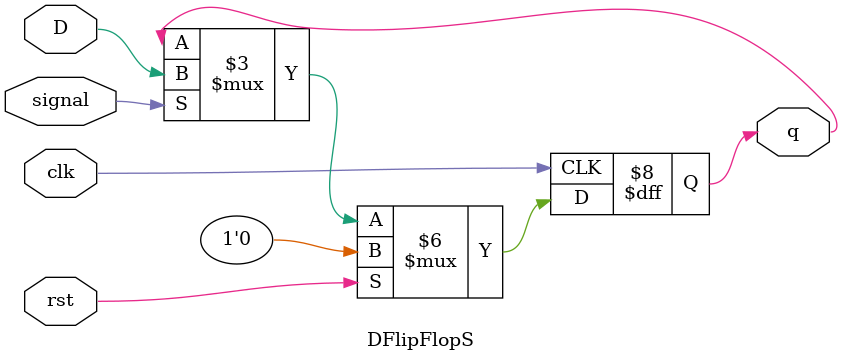
<source format=sv>
module DFlipFlop(q, D, clk, rst);
	input D, clk, rst;
	output reg q;
	
	always @(posedge clk) begin
		if (rst)
			q <= 0;
		else
			q <= D;
	end
endmodule

module DFlipFlopS(q,  D, clk, rst, signal);
	input D, clk, rst, signal;
	output q;
	reg q;
		always @(posedge clk)
		begin  // Statements need to be non-blocking
			if(rst)
				q <= 0;
			else if (signal)
				q <= D;
			else 
				q <= q;
		end
endmodule

</source>
